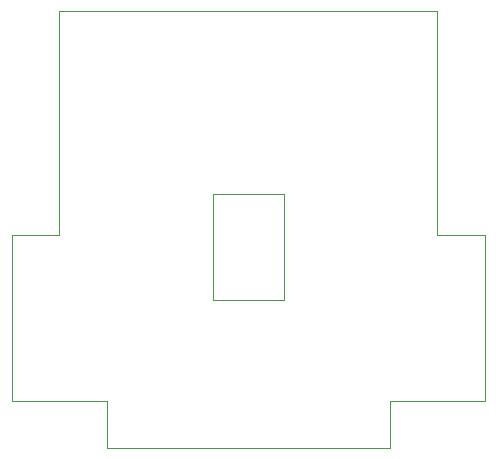
<source format=gbr>
%TF.GenerationSoftware,KiCad,Pcbnew,8.0.7*%
%TF.CreationDate,2025-01-17T16:07:08+00:00*%
%TF.ProjectId,Spectralist_LEDs,53706563-7472-4616-9c69-73745f4c4544,rev?*%
%TF.SameCoordinates,Original*%
%TF.FileFunction,Profile,NP*%
%FSLAX46Y46*%
G04 Gerber Fmt 4.6, Leading zero omitted, Abs format (unit mm)*
G04 Created by KiCad (PCBNEW 8.0.7) date 2025-01-17 16:07:08*
%MOMM*%
%LPD*%
G01*
G04 APERTURE LIST*
%TA.AperFunction,Profile*%
%ADD10C,0.050000*%
%TD*%
G04 APERTURE END LIST*
D10*
X146000000Y-101000000D02*
X150000000Y-101000000D01*
X150000000Y-115000000D01*
X142000000Y-115000000D01*
X142000000Y-119000000D01*
X118000000Y-119000000D01*
X118000000Y-115000000D01*
X110000000Y-115000000D01*
X110000000Y-101000000D01*
X114000000Y-101000000D01*
X114000000Y-92000000D01*
X114000000Y-82000000D01*
X146000000Y-82000000D01*
X146000000Y-101000000D01*
X127000000Y-97550000D02*
X133000000Y-97550000D01*
X133000000Y-106450000D01*
X127000000Y-106450000D01*
X127000000Y-97550000D01*
M02*

</source>
